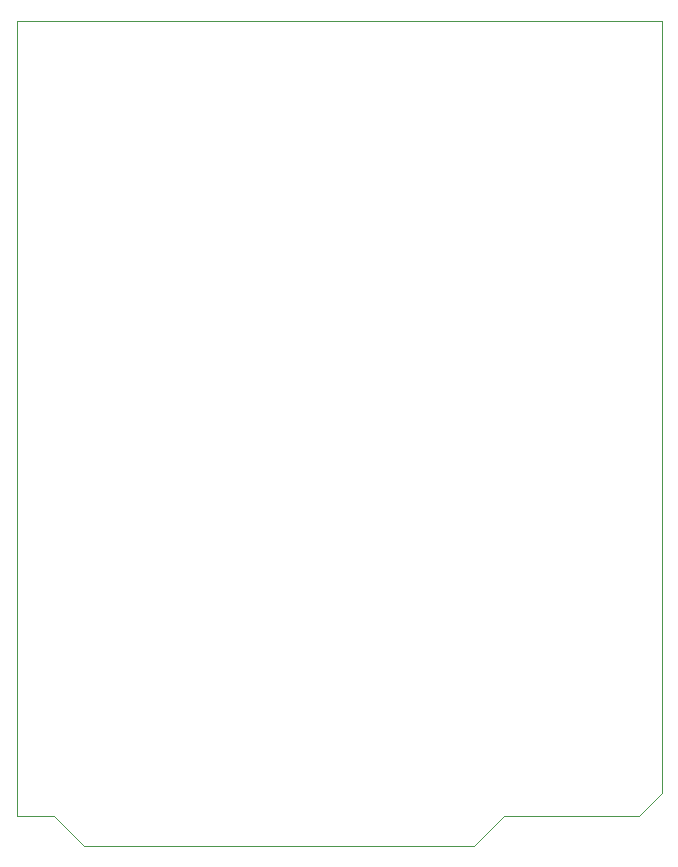
<source format=gbr>
%TF.GenerationSoftware,KiCad,Pcbnew,(6.0.7)*%
%TF.CreationDate,2023-06-11T11:51:14-04:00*%
%TF.ProjectId,MIDI_Arduino_shield,4d494449-5f41-4726-9475-696e6f5f7368,rev?*%
%TF.SameCoordinates,Original*%
%TF.FileFunction,Profile,NP*%
%FSLAX46Y46*%
G04 Gerber Fmt 4.6, Leading zero omitted, Abs format (unit mm)*
G04 Created by KiCad (PCBNEW (6.0.7)) date 2023-06-11 11:51:14*
%MOMM*%
%LPD*%
G01*
G04 APERTURE LIST*
%TA.AperFunction,Profile*%
%ADD10C,0.100000*%
%TD*%
G04 APERTURE END LIST*
D10*
X121920000Y-123190000D02*
X121920000Y-55880000D01*
X125095000Y-123190000D02*
X121920000Y-123190000D01*
X127635000Y-125730000D02*
X125095000Y-123190000D01*
X160655000Y-125730000D02*
X127635000Y-125730000D01*
X163195000Y-123190000D02*
X160655000Y-125730000D01*
X174625000Y-123190000D02*
X163195000Y-123190000D01*
X176530000Y-121285000D02*
X174625000Y-123190000D01*
X176530000Y-55880000D02*
X176530000Y-121285000D01*
X121920000Y-55880000D02*
X176530000Y-55880000D01*
M02*

</source>
